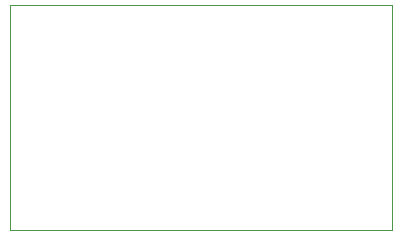
<source format=gko>
G75*
G70*
%OFA0B0*%
%FSLAX24Y24*%
%IPPOS*%
%LPD*%
%AMOC8*
5,1,8,0,0,1.08239X$1,22.5*
%
%ADD10C,0.0000*%
D10*
X001150Y001150D02*
X001150Y008650D01*
X013900Y008650D01*
X013900Y001150D01*
X001150Y001150D01*
M02*

</source>
